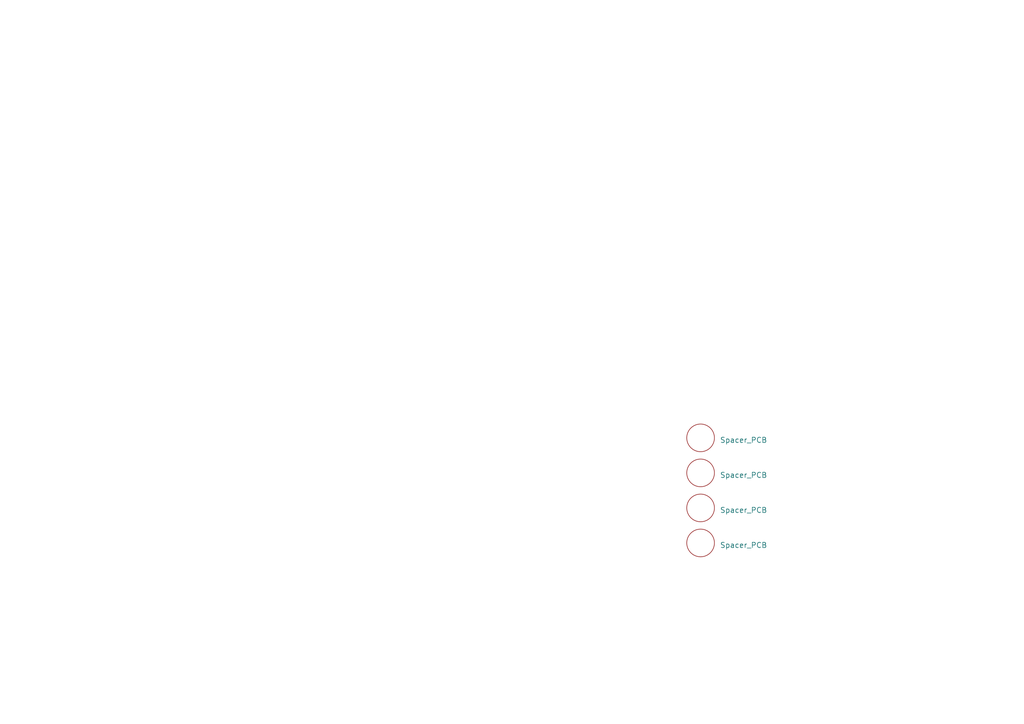
<source format=kicad_sch>
(kicad_sch (version 20230121) (generator eeschema)
  (paper "A4")
  (title_block (title "UnOrthoDox Rear") (date "2023-07-11") (rev "v1.0.0") (company "Tweety's Wild Thinking") (comment 1 "Markus Knutsson <markus.knutsson@tweety.se>") (comment 2 "https://github.com/TweetyDaBird") (comment 3 "Licensed under Creative Commons BY-SA 4.0 International "))
  (lib_symbols
    (symbol "Keyboard_Plate:Spacer_PCB" (pin_names (offset 1.016))
      (property "Value" "Spacer_PCB" (at 0 1.27 0))
      (symbol "Spacer_PCB_0_1"
        (circle (center 0 0) (radius 4.0132))
      )
    )
  )
  (symbol (lib_id "Keyboard_Plate:Spacer_PCB") (at 203.2 147.32 0) (unit 1)
    (property "Reference" "H3" (effects hide))
    (property "Value" "Spacer_PCB" (at 208.788 147.955 0) (effects (font (size 1.524 1.524)) (justify left)))
    (property "Footprint" "Keyboard_Plate:Spacer Plate hole" (effects hide))
  )
  (symbol (lib_id "Keyboard_Plate:Spacer_PCB") (at 203.2 157.48 0) (unit 1)
    (property "Reference" "H4" (effects hide))
    (property "Value" "Spacer_PCB" (at 208.788 158.115 0) (effects (font (size 1.524 1.524)) (justify left)))
    (property "Footprint" "Keyboard_Plate:Spacer Plate hole" (effects hide))
  )
  (symbol (lib_id "Keyboard_Plate:Spacer_PCB") (at 203.2 127 0) (unit 1)
    (property "Reference" "H1" (effects hide))
    (property "Value" "Spacer_PCB" (at 208.788 127.635 0) (effects (font (size 1.524 1.524)) (justify left)))
    (property "Footprint" "Keyboard_Plate:Spacer Plate hole" (effects hide))
  )
  (symbol (lib_id "Keyboard_Plate:Spacer_PCB") (at 203.2 137.16 0) (unit 1)
    (property "Reference" "H2" (effects hide))
    (property "Value" "Spacer_PCB" (at 208.788 137.795 0) (effects (font (size 1.524 1.524)) (justify left)))
    (property "Footprint" "Keyboard_Plate:Spacer Plate hole" (effects hide))
  )
)
</source>
